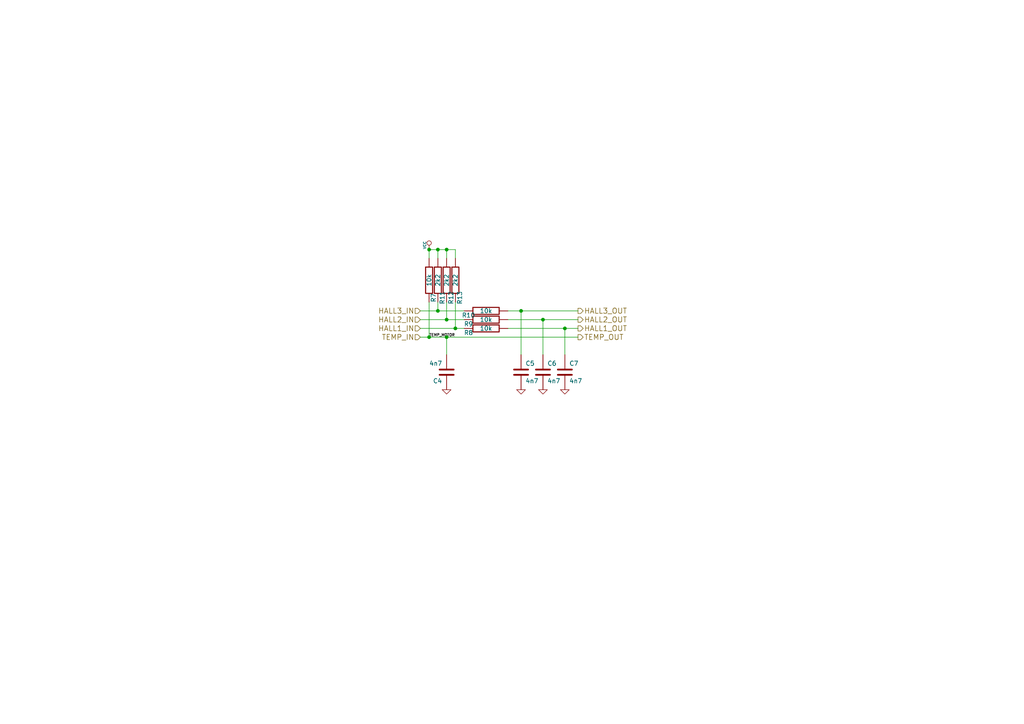
<source format=kicad_sch>
(kicad_sch (version 20230121) (generator eeschema)
  (paper "A4")
  (title_block (title "BLDC Driver 4.11") (date "21 aug 2015") (rev "4.12") (company "Benjamin Vedder"))
  (lib_symbols
    (symbol "BLDC_4-rescue:C-RESCUE-BLDC_4" (pin_numbers hide) (pin_names (offset 0.254))
      (property "Reference" "C" (at 0 2.54 0))
      (property "Value" "C-RESCUE-BLDC_4" (at 0.1524 -2.159 0))
      (symbol "C-RESCUE-BLDC_4_0_1"
        (polyline (pts (xy -2.032 -0.762) (xy 2.032 -0.762)) (stroke (width 0.508)))
        (polyline (pts (xy -2.032 0.762) (xy 2.032 0.762)) (stroke (width 0.508)))
      )
      (symbol "C-RESCUE-BLDC_4_1_1"
        (pin passive line (at 0 5.08 270) (length 4.318) (name "~") (number "1"))
        (pin passive line (at 0 -5.08 90) (length 4.318) (name "~") (number "2"))
      )
    )
    (symbol "BLDC_4-rescue:GND-RESCUE-BLDC_4" (power) (pin_names (offset 0))
      (symbol "GND-RESCUE-BLDC_4_0_1"
        (polyline (pts (xy -1.27 0) (xy 0 -1.27) (xy 1.27 0) (xy -1.27 0)))
      )
      (symbol "GND-RESCUE-BLDC_4_1_1"
        (pin power_in line (at 0 0 90) (length 0) hide (name "GND") (number "1"))
      )
    )
    (symbol "BLDC_4-rescue:R-RESCUE-BLDC_4" (pin_numbers hide) (pin_names (offset 0))
      (property "Reference" "R" (at 2.032 0 90))
      (property "Value" "R-RESCUE-BLDC_4" (at 0.1778 0.0254 90))
      (symbol "R-RESCUE-BLDC_4_0_1"
        (rectangle (start -1.016 3.81) (end 1.016 -3.81) (stroke (width 0.3048)))
      )
      (symbol "R-RESCUE-BLDC_4_1_1"
        (pin passive line (at 0 6.35 270) (length 2.54) (name "~") (number "1"))
        (pin passive line (at 0 -6.35 90) (length 2.54) (name "~") (number "2"))
      )
    )
    (symbol "BLDC_4-rescue:VCC" (power) (pin_names (offset 0))
      (property "Value" "VCC" (at 0 3.81 0))
      (symbol "VCC_0_1"
        (polyline (pts (xy 0 0) (xy 0 1.27)))
        (circle (center 0 1.905) (radius 0.635))
      )
      (symbol "VCC_1_1"
        (pin power_in line (at 0 0 90) (length 0) hide (name "VCC") (number "1"))
      )
    )
  )
  (junction (at 157.48 92.71))
  (junction (at 129.54 92.71))
  (junction (at 132.08 95.25))
  (junction (at 129.54 97.79))
  (junction (at 127 90.17))
  (junction (at 163.83 95.25))
  (junction (at 129.54 72.39))
  (junction (at 124.46 97.79))
  (junction (at 127 72.39))
  (junction (at 124.46 72.39))
  (junction (at 151.13 90.17))
  (wire (pts (xy 163.83 95.25) (xy 167.64 95.25)))
  (wire (pts (xy 129.54 72.39) (xy 132.08 72.39)))
  (wire (pts (xy 132.08 72.39) (xy 132.08 74.93)))
  (wire (pts (xy 121.92 92.71) (xy 129.54 92.71)))
  (wire (pts (xy 121.92 97.79) (xy 124.46 97.79)))
  (wire (pts (xy 147.32 90.17) (xy 151.13 90.17)))
  (wire (pts (xy 151.13 90.17) (xy 151.13 102.87)))
  (wire (pts (xy 127 87.63) (xy 127 90.17)))
  (wire (pts (xy 129.54 72.39) (xy 129.54 74.93)))
  (wire (pts (xy 151.13 90.17) (xy 167.64 90.17)))
  (wire (pts (xy 132.08 95.25) (xy 134.62 95.25)))
  (wire (pts (xy 124.46 87.63) (xy 124.46 97.79)))
  (wire (pts (xy 121.92 95.25) (xy 132.08 95.25)))
  (wire (pts (xy 124.46 72.39) (xy 127 72.39)))
  (wire (pts (xy 121.92 90.17) (xy 127 90.17)))
  (wire (pts (xy 157.48 92.71) (xy 167.64 92.71)))
  (wire (pts (xy 124.46 72.39) (xy 124.46 74.93)))
  (wire (pts (xy 129.54 92.71) (xy 134.62 92.71)))
  (wire (pts (xy 127 90.17) (xy 134.62 90.17)))
  (wire (pts (xy 147.32 95.25) (xy 163.83 95.25)))
  (wire (pts (xy 163.83 95.25) (xy 163.83 102.87)))
  (wire (pts (xy 127 72.39) (xy 129.54 72.39)))
  (wire (pts (xy 127 74.93) (xy 127 72.39)))
  (wire (pts (xy 157.48 92.71) (xy 157.48 102.87)))
  (wire (pts (xy 147.32 92.71) (xy 157.48 92.71)))
  (wire (pts (xy 129.54 97.79) (xy 167.64 97.79)))
  (wire (pts (xy 129.54 97.79) (xy 129.54 102.87)))
  (wire (pts (xy 124.46 97.79) (xy 129.54 97.79)))
  (wire (pts (xy 132.08 87.63) (xy 132.08 95.25)))
  (wire (pts (xy 129.54 87.63) (xy 129.54 92.71)))
  (label "TEMP_MOTOR" (at 124.46 97.79 0) (effects (font (size 0.762 0.762))))
  (hierarchical_label "HALL3_OUT" (shape output) (at 167.64 90.17 0) (effects (font (size 1.524 1.524))))
  (hierarchical_label "TEMP_IN" (shape input) (at 121.92 97.79 180) (effects (font (size 1.524 1.524))))
  (hierarchical_label "HALL1_IN" (shape input) (at 121.92 95.25 180) (effects (font (size 1.524 1.524))))
  (hierarchical_label "HALL2_IN" (shape input) (at 121.92 92.71 180) (effects (font (size 1.524 1.524))))
  (hierarchical_label "HALL2_OUT" (shape output) (at 167.64 92.71 0) (effects (font (size 1.524 1.524))))
  (hierarchical_label "HALL3_IN" (shape input) (at 121.92 90.17 180) (effects (font (size 1.524 1.524))))
  (hierarchical_label "HALL1_OUT" (shape output) (at 167.64 95.25 0) (effects (font (size 1.524 1.524))))
  (hierarchical_label "TEMP_OUT" (shape output) (at 167.64 97.79 0) (effects (font (size 1.524 1.524))))
  (symbol (lib_id "BLDC_4-rescue:R-RESCUE-BLDC_4") (at 124.46 81.28 180) (unit 1)
    (property "Reference" "R7" (at 125.73 86.36 90))
    (property "Value" "10k" (at 124.46 81.28 90))
    (property "Footprint" "CRF1:SMD-0603_r" (effects hide))
  )
  (symbol (lib_id "BLDC_4-rescue:R-RESCUE-BLDC_4") (at 140.97 95.25 90) (unit 1)
    (property "Reference" "R8" (at 135.89 96.52 90))
    (property "Value" "10k" (at 140.97 95.25 90))
    (property "Footprint" "CRF1:SMD-0603_r" (effects hide))
  )
  (symbol (lib_id "BLDC_4-rescue:R-RESCUE-BLDC_4") (at 140.97 92.71 90) (unit 1)
    (property "Reference" "R9" (at 135.89 93.98 90))
    (property "Value" "10k" (at 140.97 92.71 90))
    (property "Footprint" "CRF1:SMD-0603_r" (effects hide))
  )
  (symbol (lib_id "BLDC_4-rescue:R-RESCUE-BLDC_4") (at 140.97 90.17 90) (unit 1)
    (property "Reference" "R10" (at 135.89 91.44 90))
    (property "Value" "10k" (at 140.97 90.17 90))
    (property "Footprint" "CRF1:SMD-0603_r" (effects hide))
  )
  (symbol (lib_id "BLDC_4-rescue:C-RESCUE-BLDC_4") (at 151.13 107.95 0) (unit 1)
    (property "Reference" "C5" (at 152.4 105.41 0) (effects (justify left)))
    (property "Value" "4n7" (at 152.4 110.49 0) (effects (justify left)))
    (property "Footprint" "CRF1:SMD-0603_c" (effects hide))
  )
  (symbol (lib_id "BLDC_4-rescue:C-RESCUE-BLDC_4") (at 157.48 107.95 0) (unit 1)
    (property "Reference" "C6" (at 158.75 105.41 0) (effects (justify left)))
    (property "Value" "4n7" (at 158.75 110.49 0) (effects (justify left)))
    (property "Footprint" "CRF1:SMD-0603_c" (effects hide))
  )
  (symbol (lib_id "BLDC_4-rescue:C-RESCUE-BLDC_4") (at 163.83 107.95 0) (unit 1)
    (property "Reference" "C7" (at 165.1 105.41 0) (effects (justify left)))
    (property "Value" "4n7" (at 165.1 110.49 0) (effects (justify left)))
    (property "Footprint" "CRF1:SMD-0603_c" (effects hide))
  )
  (symbol (lib_id "BLDC_4-rescue:GND-RESCUE-BLDC_4") (at 151.13 113.03 0) (unit 1)
    (property "Reference" "#PWR030" (effects hide))
    (property "Value" "GND" (effects hide))
  )
  (symbol (lib_id "BLDC_4-rescue:R-RESCUE-BLDC_4") (at 127 81.28 180) (unit 1)
    (property "Reference" "R11" (at 128.27 86.36 90))
    (property "Value" "2k2" (at 127 81.28 90))
    (property "Footprint" "CRF1:SMD-0603_r" (effects hide))
  )
  (symbol (lib_id "BLDC_4-rescue:R-RESCUE-BLDC_4") (at 129.54 81.28 180) (unit 1)
    (property "Reference" "R12" (at 130.81 86.36 90))
    (property "Value" "2k2" (at 129.54 81.28 90))
    (property "Footprint" "CRF1:SMD-0603_r" (effects hide))
  )
  (symbol (lib_id "BLDC_4-rescue:R-RESCUE-BLDC_4") (at 132.08 81.28 180) (unit 1)
    (property "Reference" "R13" (at 133.35 86.36 90))
    (property "Value" "2k2" (at 132.08 81.28 90))
    (property "Footprint" "CRF1:SMD-0603_r" (effects hide))
  )
  (symbol (lib_id "BLDC_4-rescue:C-RESCUE-BLDC_4") (at 129.54 107.95 180) (unit 1)
    (property "Reference" "C4" (at 128.27 110.49 0) (effects (justify left)))
    (property "Value" "4n7" (at 128.27 105.41 0) (effects (justify left)))
    (property "Footprint" "CRF1:SMD-0603_c" (effects hide))
  )
  (symbol (lib_id "BLDC_4-rescue:GND-RESCUE-BLDC_4") (at 129.54 113.03 0) (unit 1)
    (property "Reference" "#PWR031" (effects hide))
    (property "Value" "GND" (effects hide))
  )
  (symbol (lib_id "BLDC_4-rescue:VCC") (at 124.46 72.39 0) (unit 1)
    (property "Reference" "#PWR032" (effects hide))
    (property "Value" "VCC" (at 123.19 71.12 90) (effects (font (size 0.762 0.762))))
  )
  (symbol (lib_id "BLDC_4-rescue:GND-RESCUE-BLDC_4") (at 157.48 113.03 0) (unit 1)
    (property "Reference" "#PWR033" (effects hide))
    (property "Value" "GND" (effects hide))
  )
  (symbol (lib_id "BLDC_4-rescue:GND-RESCUE-BLDC_4") (at 163.83 113.03 0) (unit 1)
    (property "Reference" "#PWR034" (effects hide))
    (property "Value" "GND" (effects hide))
  )
)
</source>
